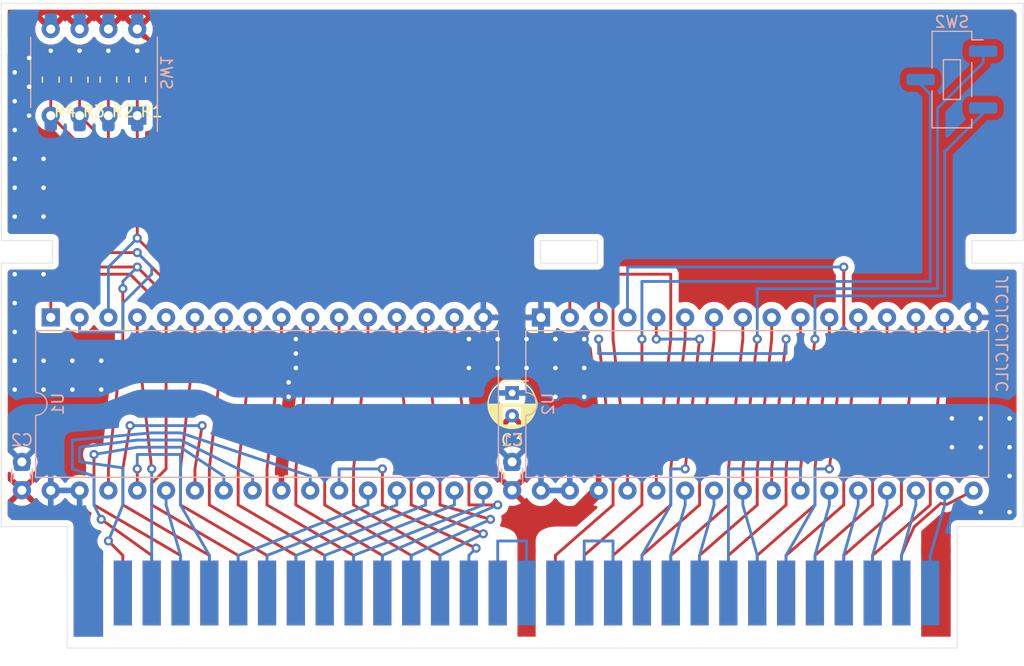
<source format=kicad_pcb>
(kicad_pcb (version 20211014) (generator pcbnew)
  (title_block (title "FC NROM 256x16 Board") (date "2022-11-24") (rev "0.0.2") (company "Persune"))
  (layers (0 "F.Cu" mixed) (31 "B.Cu" mixed) (34 "B.Paste" user) (35 "F.Paste" user) (36 "B.SilkS" user "B.Silkscreen") (37 "F.SilkS" user "F.Silkscreen") (38 "B.Mask" user) (39 "F.Mask" user) (44 "Edge.Cuts" user))
  (net 0 "")
  (net 1 "VCC")
  (net 2 "GND")
  (net 3 "/CPU_A11")
  (net 4 "/CPU_A10")
  (net 5 "/CPU_A9")
  (net 6 "/CPU_A8")
  (net 7 "/CPU_A7")
  (net 8 "/CPU_A6")
  (net 9 "/CPU_A5")
  (net 10 "/CPU_A4")
  (net 11 "/CPU_A3")
  (net 12 "/CPU_A2")
  (net 13 "/CPU_A1")
  (net 14 "/CPU_A0")
  (net 15 "/CPU_R~{W}")
  (net 16 "/~{IRQ}")
  (net 17 "/PPU_~{RD}")
  (net 18 "/CIRAM_A10")
  (net 19 "/PPU_A6")
  (net 20 "/PPU_A5")
  (net 21 "/PPU_A4")
  (net 22 "/PPU_A3")
  (net 23 "/PPU_A2")
  (net 24 "/PPU_A1")
  (net 25 "/PPU_A0")
  (net 26 "/PPU_D0")
  (net 27 "/PPU_D1")
  (net 28 "/PPU_D2")
  (net 29 "/PPU_D3")
  (net 30 "/M2")
  (net 31 "/CPU_A12")
  (net 32 "/CPU_A13")
  (net 33 "/CPU_A14")
  (net 34 "/CPU_D7")
  (net 35 "/CPU_D6")
  (net 36 "/CPU_D5")
  (net 37 "/CPU_D4")
  (net 38 "/CPU_D3")
  (net 39 "/CPU_D2")
  (net 40 "/CPU_D1")
  (net 41 "/CPU_D0")
  (net 42 "/~{ROMSEL}")
  (net 43 "/AUD_2A03")
  (net 44 "/PPU_~{WR}")
  (net 45 "/CIRAM_~{CE}")
  (net 46 "/PPU_A7")
  (net 47 "/PPU_A8")
  (net 48 "/PPU_A9")
  (net 49 "/PPU_A10")
  (net 50 "/PPU_A11")
  (net 51 "/PPU_A12")
  (net 52 "/PPU_A13")
  (net 53 "/PPU_D7")
  (net 54 "/PPU_D6")
  (net 55 "/PPU_D5")
  (net 56 "/PPU_D4")
  (net 57 "/DIP_0")
  (net 58 "/DIP_1")
  (net 59 "/DIP_2")
  (net 60 "/DIP_3")
  (footprint "Resistor_SMD:R_0805_2012Metric" (layer "F.Cu") (at 27.94 24.13 90)
    (fp_text reference "R2")
    (fp_text value "12K")
  )
  (footprint "Capacitor_THT:CP_Radial_D4.0mm_P2.00mm" (layer "F.Cu") (at 63.5 51.7324 -90)
    (fp_text reference "C3")
    (fp_text value "22uF")
  )
  (footprint "common_footprints:HVC-TGROM-01" (layer "F.Cu") (at 63.5 63.5)
    (fp_text reference "J1")
    (fp_text value "Cartridge Connector")
  )
  (footprint "Resistor_SMD:R_0805_2012Metric" (layer "F.Cu") (at 22.86 24.13 90)
    (fp_text reference "R4")
    (fp_text value "12K")
  )
  (footprint "Resistor_SMD:R_0805_2012Metric" (layer "F.Cu") (at 30.48 24.13 90)
    (fp_text reference "R1")
    (fp_text value "12K")
  )
  (footprint "Resistor_SMD:R_0805_2012Metric" (layer "F.Cu") (at 25.4 24.13 90)
    (fp_text reference "R3")
    (fp_text value "12K")
  )
  (footprint "common_footprints:C_Disc-0805_D3.0mm_W1.6mm_P2.50mm" (layer "B.Cu") (at 63.5 59.055 -90)
    (fp_text reference "C1")
    (fp_text value "100nF")
  )
  (footprint "Package_DIP:DIP-32_W15.24mm" (layer "B.Cu") (at 22.86 45.08 -90)
    (fp_text reference "U1")
    (fp_text value "PRG ROM 512K")
  )
  (footprint "Package_DIP:DIP-32_W15.24mm" (layer "B.Cu") (at 66.04 45.085 -90)
    (fp_text reference "U2")
    (fp_text value "CHR ROM 512K")
  )
  (footprint "common_footprints:DS04-254-2-04BK-SMT-ND" (layer "B.Cu") (at 26.67 23.495 90)
    (fp_text reference "SW1")
    (fp_text value "SW_DIP_x04")
  )
  (footprint "common_footprints:C_Disc-0805_D3.0mm_W1.6mm_P2.50mm" (layer "B.Cu") (at 20.32 59.055 -90)
    (fp_text reference "C2")
    (fp_text value "100nF")
  )
  (footprint "common_footprints:JS102011SCQN" (layer "B.Cu") (at 102.235 24.13 -90)
    (fp_text reference "SW2")
    (fp_text value "SW_SPDT")
  )
  (gr_line (start 65.999995 40.299996) (end 71.00001 40.299996) (layer "Edge.Cuts") (width 0.05))
  (gr_line (start 108.500024 17.4) (end 18.5 17.4) (layer "Edge.Cuts") (width 0.05))
  (gr_line (start 23 38.3) (end 23 40.3) (layer "Edge.Cuts") (width 0.05))
  (gr_line (start 18.5 40.3) (end 18.5 63.5) (layer "Edge.Cuts") (width 0.05))
  (gr_line (start 18.5 38.3) (end 23 38.3) (layer "Edge.Cuts") (width 0.05))
  (gr_line (start 108.5 63.5) (end 108.5 40.3) (layer "Edge.Cuts") (width 0.05))
  (gr_line (start 108.5 40.3) (end 104 40.3) (layer "Edge.Cuts") (width 0.05))
  (gr_line (start 18.5 17.4) (end 18.5 38.3) (layer "Edge.Cuts") (width 0.05))
  (gr_line (start 24.3 74.2) (end 102.7 74.2) (layer "Edge.Cuts") (width 0.05))
  (gr_line (start 104 40.3) (end 104 38.3) (layer "Edge.Cuts") (width 0.05))
  (gr_line (start 104 38.3) (end 108.5 38.3) (layer "Edge.Cuts") (width 0.05))
  (gr_line (start 71.00001 38.3) (end 71.00001 40.299996) (layer "Edge.Cuts") (width 0.05))
  (gr_line (start 23 40.3) (end 18.5 40.3) (layer "Edge.Cuts") (width 0.05))
  (gr_line (start 102.7 74.2) (end 102.7 63.5) (layer "Edge.Cuts") (width 0.05))
  (gr_line (start 108.5 38.3) (end 108.500024 17.4) (layer "Edge.Cuts") (width 0.05))
  (gr_line (start 65.999995 38.3) (end 65.999995 40.299996) (layer "Edge.Cuts") (width 0.05))
  (gr_line (start 102.7 63.5) (end 108.5 63.5) (layer "Edge.Cuts") (width 0.05))
  (gr_line (start 24.3 63.5) (end 24.3 74.2) (layer "Edge.Cuts") (width 0.05))
  (gr_line (start 18.5 63.5) (end 24.3 63.5) (layer "Edge.Cuts") (width 0.05))
  (gr_line (start 71.00001 38.3) (end 65.999995 38.3) (layer "Edge.Cuts") (width 0.05))
  (gr_text "JLCJLCJLCJLC" (at 106.68 41.275 90) (layer "B.SilkS") (effects (font (size 1 1)) (justify left mirror)))
  (via (at 104.775 62.23) (size 0.8) (drill 0.4) (layers "F.Cu" "B.Cu") (net 1))
  (via (at 107.315 53.975) (size 0.8) (drill 0.4) (layers "F.Cu" "B.Cu") (net 1))
  (via (at 104.775 53.975) (size 0.8) (drill 0.4) (layers "F.Cu" "B.Cu") (net 1))
  (via (at 107.315 62.23) (size 0.8) (drill 0.4) (layers "F.Cu" "B.Cu") (net 1))
  (via (at 102.235 56.515) (size 0.8) (drill 0.4) (layers "F.Cu" "B.Cu") (net 1))
  (via (at 107.315 56.515) (size 0.8) (drill 0.4) (layers "F.Cu" "B.Cu") (net 1))
  (via (at 107.315 59.055) (size 0.8) (drill 0.4) (layers "F.Cu" "B.Cu") (net 1))
  (via (at 104.775 56.515) (size 0.8) (drill 0.4) (layers "F.Cu" "B.Cu") (net 1))
  (via (at 102.235 53.975) (size 0.8) (drill 0.4) (layers "F.Cu" "B.Cu") (net 1))
  (segment (start 63.52 57.805) (end 63.5 57.805) (width 0.5) (layer "B.Cu") (net 1))
  (segment (start 22.86 19.685) (end 22.87 19.675) (width 0.25) (layer "B.Cu") (net 1))
  (segment (start 30.48 23.2175) (end 30.48 21.59) (width 0.5) (layer "F.Cu") (net 2))
  (segment (start 71.12 60.325) (end 69.215 62.23) (width 1.15) (layer "F.Cu") (net 2))
  (segment (start 25.4 23.2175) (end 25.4 21.59) (width 0.5) (layer "F.Cu") (net 2))
  (segment (start 27.94 23.2175) (end 27.94 21.59) (width 0.5) (layer "F.Cu") (net 2))
  (segment (start 22.86 23.2175) (end 22.86 21.59) (width 0.5) (layer "F.Cu") (net 2))
  (via (at 19.685 51.435) (size 0.8) (drill 0.4) (layers "F.Cu" "B.Cu") (net 2))
  (via (at 59.69 46.99) (size 0.8) (drill 0.4) (layers "F.Cu" "B.Cu") (net 2))
  (via (at 62.23 46.99) (size 0.8) (drill 0.4) (layers "F.Cu" "B.Cu") (net 2))
  (via (at 19.685 46.355) (size 0.8) (drill 0.4) (layers "F.Cu" "B.Cu") (net 2))
  (via (at 67.31 49.53) (size 0.8) (drill 0.4) (layers "F.Cu" "B.Cu") (net 2))
  (via (at 69.85 49.53) (size 0.8) (drill 0.4) (layers "F.Cu" "B.Cu") (net 2))
  (via (at 69.85 52.07) (size 0.8) (drill 0.4) (layers "F.Cu" "B.Cu") (net 2))
  (via (at 19.685 28.575) (size 0.8) (drill 0.4) (layers "F.Cu" "B.Cu") (net 2))
  (via (at 19.685 23.495) (size 0.8) (drill 0.4) (layers "F.Cu" "B.Cu") (net 2))
  (via (at 43.815 52.07) (size 0.8) (drill 0.4) (layers "F.Cu" "B.Cu") (net 2))
  (via (at 24.765 48.895) (size 0.8) (drill 0.4) (layers "F.Cu" "B.Cu") (net 2))
  (via (at 43.815 50.8) (size 0.8) (drill 0.4) (layers "F.Cu" "B.Cu") (net 2))
  (via (at 22.225 36.195) (size 0.8) (drill 0.4) (layers "F.Cu" "B.Cu") (net 2))
  (via (at 19.685 31.115) (size 0.8) (drill 0.4) (layers "F.Cu" "B.Cu") (net 2))
  (via (at 22.225 48.895) (size 0.8) (drill 0.4) (layers "F.Cu" "B.Cu") (net 2))
  (via (at 69.85 46.99) (size 0.8) (drill 0.4) (layers "F.Cu" "B.Cu") (net 2))
  (via (at 22.86 21.59) (size 0.8) (drill 0.4) (layers "F.Cu" "B.Cu") (net 2))
  (via (at 27.305 51.435) (size 0.8) (drill 0.4) (layers "F.Cu" "B.Cu") (net 2))
  (via (at 22.225 51.435) (size 0.8) (drill 0.4) (layers "F.Cu" "B.Cu") (net 2))
  (via (at 25.4 21.59) (size 0.8) (drill 0.4) (layers "F.Cu" "B.Cu") (net 2))
  (via (at 64.77 46.99) (size 0.8) (drill 0.4) (layers "F.Cu" "B.Cu") (net 2))
  (via (at 19.685 41.275) (size 0.8) (drill 0.4) (layers "F.Cu" "B.Cu") (net 2))
  (via (at 20.955 22.225) (size 0.8) (drill 0.4) (layers "F.Cu" "B.Cu") (net 2))
  (via (at 44.45 46.99) (size 0.8) (drill 0.4) (layers "F.Cu" "B.Cu") (net 2))
  (via (at 44.45 49.53) (size 0.8) (drill 0.4) (layers "F.Cu" "B.Cu") (net 2))
  (via (at 24.765 51.435) (size 0.8) (drill 0.4) (layers "F.Cu" "B.Cu") (net 2))
  (via (at 22.225 33.655) (size 0.8) (drill 0.4) (layers "F.Cu" "B.Cu") (net 2))
  (via (at 22.225 31.115) (size 0.8) (drill 0.4) (layers "F.Cu" "B.Cu") (net 2))
  (via (at 19.685 36.195) (size 0.8) (drill 0.4) (layers "F.Cu" "B.Cu") (net 2))
  (via (at 19.685 43.815) (size 0.8) (drill 0.4) (layers "F.Cu" "B.Cu") (net 2))
  (via (at 19.685 33.655) (size 0.8) (drill 0.4) (layers "F.Cu" "B.Cu") (net 2))
  (via (at 59.69 49.53) (size 0.8) (drill 0.4) (layers "F.Cu" "B.Cu") (net 2))
  (via (at 27.305 48.895) (size 0.8) (drill 0.4) (layers "F.Cu" "B.Cu") (net 2))
  (via (at 67.31 52.07) (size 0.8) (drill 0.4) (layers "F.Cu" "B.Cu") (net 2))
  (via (at 19.685 48.895) (size 0.8) (drill 0.4) (layers "F.Cu" "B.Cu") (net 2))
  (via (at 20.955 27.305) (size 0.8) (drill 0.4) (layers "F.Cu" "B.Cu") (net 2))
  (via (at 30.48 21.59) (size 0.8) (drill 0.4) (layers "F.Cu" "B.Cu") (net 2))
  (via (at 44.45 48.26) (size 0.8) (drill 0.4) (layers "F.Cu" "B.Cu") (net 2))
  (via (at 22.225 41.275) (size 0.8) (drill 0.4) (layers "F.Cu" "B.Cu") (net 2))
  (via (at 67.31 46.99) (size 0.8) (drill 0.4) (layers "F.Cu" "B.Cu") (net 2))
  (via (at 20.955 24.765) (size 0.8) (drill 0.4) (layers "F.Cu" "B.Cu") (net 2))
  (via (at 62.23 49.53) (size 0.8) (drill 0.4) (layers "F.Cu" "B.Cu") (net 2))
  (via (at 64.77 49.53) (size 0.8) (drill 0.4) (layers "F.Cu" "B.Cu") (net 2))
  (via (at 19.685 26.035) (size 0.8) (drill 0.4) (layers "F.Cu" "B.Cu") (net 2))
  (via (at 27.94 21.59) (size 0.8) (drill 0.4) (layers "F.Cu" "B.Cu") (net 2))
  (segment (start 27.94 64.77) (end 29.21 66.04) (width 0.25) (layer "F.Cu") (net 3))
  (segment (start 29.21 66.04) (end 29.21 69.35) (width 0.25) (layer "F.Cu") (net 3))
  (via (at 27.94 64.77) (size 0.8) (drill 0.4) (layers "F.Cu" "B.Cu") (net 3))
  (segment (start 30.48 55.88) (end 25.4 56.515) (width 0.25) (layer "B.Cu") (net 3))
  (segment (start 34.29 55.88) (end 30.48 55.88) (width 0.25) (layer "B.Cu") (net 3))
  (segment (start 25.4 56.515) (end 25.4 57.785) (width 0.25) (layer "B.Cu") (net 3))
  (segment (start 29.21 58.329286) (end 29.21 60.325) (width 0.25) (layer "B.Cu") (net 3))
  (segment (start 25.4 57.785) (end 29.21 58.329286) (width 0.25) (layer "B.Cu") (net 3))
  (segment (start 40.64 60.32) (end 40.64 59.055) (width 0.25) (layer "B.Cu") (net 3))
  (segment (start 29.21 61.595) (end 27.94 64.77) (width 0.25) (layer "B.Cu") (net 3))
  (segment (start 40.64 59.055) (end 34.29 55.88) (width 0.25) (layer "B.Cu") (net 3))
  (segment (start 29.21 60.325) (end 29.21 61.595) (width 0.25) (layer "B.Cu") (net 3))
  (segment (start 27.305 62.865) (end 31.75 66.04) (width 0.25) (layer "F.Cu") (net 4))
  (segment (start 31.75 66.04) (end 31.75 69.35) (width 0.25) (layer "F.Cu") (net 4))
  (via (at 27.305 62.865) (size 0.8) (drill 0.4) (layers "F.Cu" "B.Cu") (net 4))
  (segment (start 34.29 55.245) (end 45.72 59.055) (width 0.25) (layer "B.Cu") (net 4))
  (segment (start 45.72 59.055) (end 45.72 60.32) (width 0.25) (layer "B.Cu") (net 4))
  (segment (start 26.67 61.595) (end 26.67 60.325) (width 0.25) (layer "B.Cu") (net 4))
  (segment (start 24.765 58.42) (end 24.765 55.88) (width 0.25) (layer "B.Cu") (net 4))
  (segment (start 31.75 55.245) (end 34.29 55.245) (width 0.25) (layer "B.Cu") (net 4))
  (segment (start 26.67 59.055) (end 24.765 58.42) (width 0.25) (layer "B.Cu") (net 4))
  (segment (start 24.765 55.88) (end 31.75 55.245) (width 0.25) (layer "B.Cu") (net 4))
  (segment (start 26.67 60.325) (end 26.67 59.055) (width 0.25) (layer "B.Cu") (net 4))
  (segment (start 27.305 62.865) (end 26.67 61.595) (width 0.25) (layer "B.Cu") (net 4))
  (segment (start 26.67 60.325) (end 26.67 61.595) (width 0.25) (layer "F.Cu") (net 5))
  (segment (start 34.29 66.04) (end 34.29 69.35) (width 0.25) (layer "F.Cu") (net 5))
  (segment (start 26.67 57.15) (end 26.67 60.325) (width 0.25) (layer "F.Cu") (net 5))
  (segment (start 26.67 61.595) (end 34.29 66.04) (width 0.25) (layer "F.Cu") (net 5))
  (via (at 26.67 57.15) (size 0.8) (drill 0.4) (layers "F.Cu" "B.Cu") (net 5))
  (segment (start 30.48 56.515) (end 26.67 57.15) (width 0.25) (layer "B.Cu") (net 5))
  (segment (start 38.1 59.055) (end 34.29 56.515) (width 0.25) (layer "B.Cu") (net 5))
  (segment (start 38.1 60.32) (end 38.1 59.055) (width 0.25) (layer "B.Cu") (net 5))
  (segment (start 34.29 56.515) (end 30.48 56.515) (width 0.25) (layer "B.Cu") (net 5))
  (segment (start 29.845 54.61) (end 29.21 58.42) (width 0.25) (layer "F.Cu") (net 6))
  (segment (start 35.56 60.32) (end 35.56 58.42) (width 0.25) (layer "F.Cu") (net 6))
  (segment (start 35.56 58.42) (end 36.195 54.61) (width 0.25) (layer "F.Cu") (net 6))
  (segment (start 29.21 61.595) (end 36.83 66.04) (width 0.25) (layer "F.Cu") (net 6))
  (segment (start 29.21 58.42) (end 29.21 60.325) (width 0.25) (layer "F.Cu") (net 6))
  (segment (start 29.21 60.325) (end 29.21 61.595) (width 0.25) (layer "F.Cu") (net 6))
  (segment (start 36.83 66.04) (end 36.83 69.35) (width 0.25) (layer "F.Cu") (net 6))
  (via (at 36.195 54.61) (size 0.8) (drill 0.4) (layers "F.Cu" "B.Cu") (net 6))
  (via (at 29.845 54.61) (size 0.8) (drill 0.4) (layers "F.Cu" "B.Cu") (net 6))
  (segment (start 29.845 54.61) (end 36.195 54.61) (width 0.25) (layer "B.Cu") (net 6))
  (segment (start 31.75 61.595) (end 31.75 60.325) (width 0.25) (layer "F.Cu") (net 7))
  (segment (start 39.37 69.35) (end 39.37 66.04) (width 0.25) (layer "F.Cu") (net 7))
  (segment (start 33.02 58.42) (end 33.02 45.08) (width 0.25) (layer "F.Cu") (net 7))
  (segment (start 39.37 66.04) (end 31.75 61.595) (width 0.25) (layer "F.Cu") (net 7))
  (segment (start 31.75 59.69) (end 33.02 58.42) (width 0.25) (layer "F.Cu") (net 7))
  (segment (start 31.75 60.325) (end 31.75 59.69) (width 0.25) (layer "F.Cu") (net 7))
  (segment (start 34.29 60.325) (end 34.29 61.595) (width 0.25) (layer "F.Cu") (net 8))
  (segment (start 35.56 46.99) (end 34.29 58.42) (width 0.25) (layer "F.Cu") (net 8))
  (segment (start 34.29 61.595) (end 41.91 66.04) (width 0.25) (layer "F.Cu") (net 8))
  (segment (start 34.29 58.42) (end 34.29 60.325) (width 0.25) (layer "F.Cu") (net 8))
  (segment (start 41.91 66.04) (end 41.91 69.35) (width 0.25) (layer "F.Cu") (net 8))
  (segment (start 35.56 45.08) (end 35.56 46.99) (width 0.25) (layer "F.Cu") (net 8))
  (segment (start 36.83 58.42) (end 38.1 46.99) (width 0.25) (layer "F.Cu") (net 9))
  (segment (start 44.45 69.35) (end 44.45 66.04) (width 0.25) (layer "F.Cu") (net 9))
  (segment (start 38.1 46.99) (end 38.1 45.08) (width 0.25) (layer "F.Cu") (net 9))
  (segment (start 44.45 66.04) (end 36.83 61.595) (width 0.25) (layer "F.Cu") (net 9))
  (segment (start 36.83 60.325) (end 36.83 58.42) (width 0.25) (layer "F.Cu") (net 9))
  (segment (start 36.83 61.595) (end 36.83 60.325) (width 0.25) (layer "F.Cu") (net 9))
  (segment (start 39.37 61.595) (end 46.99 66.04) (width 0.25) (layer "F.Cu") (net 10))
  (segment (start 40.64 45.08) (end 40.64 46.99) (width 0.25) (layer "F.Cu") (net 10))
  (segment (start 39.37 58.42) (end 39.37 60.325) (width 0.25) (layer "F.Cu") (net 10))
  (segment (start 40.64 46.99) (end 39.37 58.42) (width 0.25) (layer "F.Cu") (net 10))
  (segment (start 39.37 60.325) (end 39.37 61.595) (width 0.25) (layer "F.Cu") (net 10))
  (segment (start 46.99 66.04) (end 46.99 69.35) (width 0.25) (layer "F.Cu") (net 10))
  (segment (start 49.53 69.35) (end 49.53 66.04) (width 0.25) (layer "F.Cu") (net 11))
  (segment (start 43.18 46.99) (end 43.18 45.08) (width 0.25) (layer "F.Cu") (net 11))
  (segment (start 41.91 58.42) (end 43.18 46.99) (width 0.25) (layer "F.Cu") (net 11))
  (segment (start 41.91 61.595) (end 41.91 60.325) (width 0.25) (layer "F.Cu") (net 11))
  (segment (start 41.91 60.325) (end 41.91 58.42) (width 0.25) (layer "F.Cu") (net 11))
  (segment (start 49.53 66.04) (end 41.91 61.595) (width 0.25) (layer "F.Cu") (net 11))
  (segment (start 43.18 45.085) (end 43.18 44.45) (width 0.5) (layer "B.Cu") (net 11))
  (segment (start 44.45 58.42) (end 44.45 60.325) (width 0.25) (layer "F.Cu") (net 12))
  (segment (start 45.72 45.08) (end 45.72 46.99) (width 0.25) (layer "F.Cu") (net 12))
  (segment (start 44.45 61.595) (end 52.07 66.04) (width 0.25) (layer "F.Cu") (net 12))
  (segment (start 52.07 66.04) (end 52.07 69.35) (width 0.25) (layer "F.Cu") (net 12))
  (segment (start 45.72 46.99) (end 44.45 58.42) (width 0.25) (layer "F.Cu") (net 12))
  (segment (start 44.45 60.325) (end 44.45 61.595) (width 0.25) (layer "F.Cu") (net 12))
  (segment (start 48.26 46.99) (end 48.26 45.08) (width 0.25) (layer "F.Cu") (net 13))
  (segment (start 46.99 60.325) (end 46.99 58.42) (width 0.25) (layer "F.Cu") (net 13))
  (segment (start 46.99 61.595) (end 46.99 60.325) (width 0.25) (layer "F.Cu") (net 13))
  (segment (start 46.99 58.42) (end 48.26 46.99) (width 0.25) (layer "F.Cu") (net 13))
  (segment (start 54.61 66.04) (end 46.99 61.595) (width 0.25) (layer "F.Cu") (net 13))
  (segment (start 54.61 69.35) (end 54.61 66.04) (width 0.25) (layer "F.Cu") (net 13))
  (segment (start 49.53 58.42) (end 50.8 46.99) (width 0.25) (layer "F.Cu") (net 14))
  (segment (start 49.53 60.325) (end 49.53 58.42) (width 0.25) (layer "F.Cu") (net 14))
  (segment (start 57.15 66.04) (end 49.53 61.595) (width 0.25) (layer "F.Cu") (net 14))
  (segment (start 50.8 46.99) (end 50.8 45.08) (width 0.25) (layer "F.Cu") (net 14))
  (segment (start 57.15 69.35) (end 57.15 66.04) (width 0.25) (layer "F.Cu") (net 14))
  (segment (start 49.53 61.595) (end 49.53 60.325) (width 0.25) (layer "F.Cu") (net 14))
  (segment (start 72.39 58.42) (end 72.39 60.325) (width 0.25) (layer "F.Cu") (net 17))
  (segment (start 86.36 60.325) (end 86.36 58.42) (width 0.25) (layer "F.Cu") (net 17))
  (segment (start 72.39 61.595) (end 67.31 66.04) (width 0.25) (layer "F.Cu") (net 17))
  (segment (start 72.39 60.325) (end 72.39 61.595) (width 0.25) (layer "F.Cu") (net 17))
  (segment (start 71.12 46.99) (end 72.39 58.42) (width 0.25) (layer "F.Cu") (net 17))
  (segment (start 86.36 58.42) (end 87.63 46.99) (width 0.25) (layer "F.Cu") (net 17))
  (segment (start 67.31 66.04) (end 67.31 69.35) (width 0.25) (layer "F.Cu") (net 17))
  (via (at 71.12 46.99) (size 0.8) (drill 0.4) (layers "F.Cu" "B.Cu") (net 17))
  (via (at 87.63 46.99) (size 0.8) (drill 0.4) (layers "F.Cu" "B.Cu") (net 17))
  (segment (start 87.63 48.26) (end 71.12 48.26) (width 0.25) (layer "B.Cu") (net 17))
  (segment (start 87.63 46.99) (end 87.63 48.26) (width 0.25) (layer "B.Cu") (net 17))
  (segment (start 71.12 48.26) (end 71.12 46.99) (width 0.25) (layer "B.Cu") (net 17))
  (segment (start 74.93 61.595) (end 69.85 66.04) (width 0.25) (layer "F.Cu") (net 18))
  (segment (start 69.85 66.04) (end 69.85 69.35) (width 0.25) (layer "F.Cu") (net 18))
  (segment (start 74.93 46.99) (end 74.93 60.325) (width 0.25) (layer "F.Cu") (net 18))
  (segment (start 74.93 60.325) (end 74.93 61.595) (width 0.25) (layer "F.Cu") (net 18))
  (via (at 74.93 46.99) (size 0.8) (drill 0.4) (layers "F.Cu" "B.Cu") (net 18))
  (segment (start 100.33 25.4) (end 100.33 41.91) (width 0.25) (layer "B.Cu") (net 18))
  (segment (start 100.33 41.91) (end 74.93 41.91) (width 0.25) (layer "B.Cu") (net 18))
  (segment (start 99.485 24.13) (end 99.485 24.555) (width 0.25) (layer "B.Cu") (net 18))
  (segment (start 74.93 41.91) (end 74.93 45.085) (width 0.25) (layer "B.Cu") (net 18))
  (segment (start 74.93 45.085) (end 74.93 46.99) (width 0.25) (layer "B.Cu") (net 18))
  (segment (start 99.485 24.555) (end 100.33 25.4) (width 0.25) (layer "B.Cu") (net 18))
  (segment (start 77.47 58.42) (end 78.74 46.99) (width 0.25) (layer "F.Cu") (net 19))
  (segment (start 72.39 66.04) (end 77.47 61.595) (width 0.25) (layer "F.Cu") (net 19))
  (segment (start 77.47 60.325) (end 77.47 58.42) (width 0.25) (layer "F.Cu") (net 19))
  (segment (start 78.74 46.99) (end 78.74 45.085) (width 0.25) (layer "F.Cu") (net 19))
  (segment (start 77.47 61.595) (end 77.47 60.325) (width 0.25) (layer "F.Cu") (net 19))
  (segment (start 72.39 69.35) (end 72.39 66.04) (width 0.25) (layer "F.Cu") (net 19))
  (segment (start 74.93 69.35) (end 74.93 66.04) (width 0.25) (layer "F.Cu") (net 20))
  (segment (start 81.28 46.99) (end 81.28 45.085) (width 0.25) (layer "F.Cu") (net 20))
  (segment (start 74.93 66.04) (end 80.01 61.595) (width 0.25) (layer "F.Cu") (net 20))
  (segment (start 80.01 61.595) (end 80.01 60.325) (width 0.25) (layer "F.Cu") (net 20))
  (segment (start 80.01 60.325) (end 80.01 58.42) (width 0.25) (layer "F.Cu") (net 20))
  (segment (start 80.01 58.42) (end 81.28 46.99) (width 0.25) (layer "F.Cu") (net 20))
  (segment (start 77.47 66.04) (end 82.55 61.595) (width 0.25) (layer "F.Cu") (net 21))
  (segment (start 82.55 58.42) (end 83.82 46.99) (width 0.25) (layer "F.Cu") (net 21))
  (segment (start 82.55 60.325) (end 82.55 58.42) (width 0.25) (layer "F.Cu") (net 21))
  (segment (start 77.47 69.35) (end 77.47 66.04) (width 0.25) (layer "F.Cu") (net 21))
  (segment (start 83.82 46.99) (end 83.82 45.085) (width 0.25) (layer "F.Cu") (net 21))
  (segment (start 82.55 61.595) (end 82.55 60.325) (width 0.25) (layer "F.Cu") (net 21))
  (segment (start 85.09 61.595) (end 85.09 60.325) (width 0.25) (layer "F.Cu") (net 22))
  (segment (start 85.09 58.42) (end 86.36 46.99) (width 0.25) (layer "F.Cu") (net 22))
  (segment (start 80.01 66.04) (end 85.09 61.595) (width 0.25) (layer "F.Cu") (net 22))
  (segment (start 86.36 46.99) (end 86.36 45.085) (width 0.25) (layer "F.Cu") (net 22))
  (segment (start 85.09 60.325) (end 85.09 58.42) (width 0.25) (layer "F.Cu") (net 22))
  (segment (start 80.01 69.35) (end 80.01 66.04) (width 0.25) (layer "F.Cu") (net 22))
  (segment (start 88.9 45.085) (end 88.9 46.99) (width 0.25) (layer "F.Cu") (net 23))
  (segment (start 88.9 46.99) (end 87.63 58.42) (width 0.25) (layer "F.Cu") (net 23))
  (segment (start 87.63 60.325) (end 87.63 61.595) (width 0.25) (layer "F.Cu") (net 23))
  (segment (start 82.55 66.04) (end 82.55 69.35) (width 0.25) (layer "F.Cu") (net 23))
  (segment (start 87.63 61.595) (end 82.55 66.04) (width 0.25) (layer "F.Cu") (net 23))
  (segment (start 87.63 58.42) (end 87.63 60.325) (width 0.25) (layer "F.Cu") (net 23))
  (segment (start 85.09 69.35) (end 85.09 66.04) (width 0.25) (layer "F.Cu") (net 24))
  (segment (start 90.17 60.325) (end 90.17 58.42) (width 0.25) (layer "F.Cu") (net 24))
  (segment (start 90.17 58.42) (end 91.44 46.99) (width 0.25) (layer "F.Cu") (net 24))
  (segment (start 91.44 46.99) (end 91.44 45.085) (width 0.25) (layer "F.Cu") (net 24))
  (segment (start 85.09 66.04) (end 90.17 61.595) (width 0.25) (layer "F.Cu") (net 24))
  (segment (start 90.17 61.595) (end 90.17 60.325) (width 0.25) (layer "F.Cu") (net 24))
  (segment (start 92.71 61.595) (end 92.71 60.325) (width 0.25) (layer "F.Cu") (net 25))
  (segment (start 87.63 66.04) (end 92.71 61.595) (width 0.25) (layer "F.Cu") (net 25))
  (segment (start 93.98 46.99) (end 93.98 45.085) (width 0.25) (layer "F.Cu") (net 25))
  (segment (start 92.71 60.325) (end 92.71 58.345294) (width 0.25) (layer "F.Cu") (net 25))
  (segment (start 92.71 58.345294) (end 93.98 46.99) (width 0.25) (layer "F.Cu") (net 25))
  (segment (start 87.63 69.35) (end 87.63 66.04) (width 0.25) (layer "F.Cu") (net 25))
  (segment (start 95.25 60.325) (end 95.25 58.42) (width 0.25) (layer "F.Cu") (net 26))
  (segment (start 90.17 66.04) (end 95.25 61.595) (width 0.25) (layer "F.Cu") (net 26))
  (segment (start 96.52 46.99) (end 96.52 45.085) (width 0.25) (layer "F.Cu") (net 26))
  (segment (start 95.25 61.595) (end 95.25 60.325) (width 0.25) (layer "F.Cu") (net 26))
  (segment (start 90.17 69.35) (end 90.17 66.04) (width 0.25) (layer "F.Cu") (net 26))
  (segment (start 95.25 58.42) (end 96.52 46.99) (width 0.25) (layer "F.Cu") (net 26))
  (segment (start 92.71 69.35) (end 92.71 66.04) (width 0.25) (layer "F.Cu") (net 27))
  (segment (start 99.06 47.060556) (end 99.06 45.085) (width 0.25) (layer "F.Cu") (net 27))
  (segment (start 92.71 66.04) (end 97.79 61.595) (width 0.25) (layer "F.Cu") (net 27))
  (segment (start 97.79 60.325) (end 97.79 58.344803) (width 0.25) (layer "F.Cu") (net 27))
  (segment (start 97.79 58.344803) (end 99.06 47.060556) (width 0.25) (layer "F.Cu") (net 27))
  (segment (start 97.79 61.595) (end 97.79 60.325) (width 0.25) (layer "F.Cu") (net 27))
  (segment (start 100.33 58.42) (end 101.6 47.060556) (width 0.25) (layer "F.Cu") (net 28))
  (segment (start 95.25 66.04) (end 100.33 61.595) (width 0.25) (layer "F.Cu") (net 28))
  (segment (start 100.33 61.595) (end 100.33 60.325) (width 0.25) (layer "F.Cu") (net 28))
  (segment (start 95.25 69.35) (end 95.25 66.04) (width 0.25) (layer "F.Cu") (net 28))
  (segment (start 100.33 60.325) (end 100.33 58.42) (width 0.25) (layer "F.Cu") (net 28))
  (segment (start 101.6 47.060556) (end 101.6 45.085) (width 0.25) (layer "F.Cu") (net 28))
  (segment (start 97.79 69.35) (end 97.79 66.04) (width 0.25) (layer "F.Cu") (net 29))
  (segment (start 101.7778 61.5442) (end 102.2096 61.341) (width 0.25) (layer "F.Cu") (net 29))
  (segment (start 98.9076 63.5254) (end 101.2444 61.468) (width 0.25) (layer "F.Cu") (net 29))
  (segment (start 102.2096 61.341) (end 104.14 60.325) (width 0.25) (layer "F.Cu") (net 29))
  (segment (start 97.79 66.04) (end 98.9076 63.5254) (width 0.25) (layer "F.Cu") (net 29))
  (segment (start 101.2444 61.468) (end 101.7778 61.5442) (width 0.25) (layer "F.Cu") (net 29))
  (segment (start 31.75 58.42) (end 30.48 46.99) (width 0.25) (layer "F.Cu") (net 31))
  (segment (start 30.48 46.99) (end 30.48 45.08) (width 0.25) (layer "F.Cu") (net 31))
  (via (at 31.75 58.42) (size 0.8) (drill 0.4) (layers "F.Cu" "B.Cu") (net 31))
  (segment (start 31.75 60.325) (end 31.75 58.42) (width 0.25) (layer "B.Cu") (net 31))
  (segment (start 31.75 69.35) (end 31.75 60.325) (width 0.25) (layer "B.Cu") (net 31))
  (segment (start 34.29 66.04) (end 33.02 61.595) (width 0.25) (layer "B.Cu") (net 32))
  (segment (start 34.29 69.35) (end 34.29 66.04) (width 0.25) (layer "B.Cu") (net 32))
  (segment (start 33.02 61.595) (end 33.02 60.32) (width 0.25) (layer "B.Cu") (net 32))
  (segment (start 30.48 60.32) (end 30.48 58.42) (width 0.25) (layer "F.Cu") (net 33))
  (via (at 30.48 58.42) (size 0.8) (drill 0.4) (layers "F.Cu" "B.Cu") (net 33))
  (segment (start 34.29 60.325) (end 34.29 61.595) (width 0.25) (layer "B.Cu") (net 33))
  (segment (start 30.48 57.15) (end 34.29 57.15) (width 0.25) (layer "B.Cu") (net 33))
  (segment (start 36.83 66.04) (end 36.83 69.35) (width 0.25) (layer "B.Cu") (net 33))
  (segment (start 30.48 58.42) (end 30.48 57.15) (width 0.25) (layer "B.Cu") (net 33))
  (segment (start 34.29 61.595) (end 36.83 66.04) (width 0.25) (layer "B.Cu") (net 33))
  (segment (start 34.29 57.15) (end 34.29 60.325) (width 0.25) (layer "B.Cu") (net 33))
  (segment (start 39.37 69.35) (end 39.37 66.04) (width 0.25) (layer "B.Cu") (net 34))
  (segment (start 50.8 61.595) (end 50.8 60.32) (width 0.25) (layer "B.Cu") (net 34))
  (segment (start 39.37 66.04) (end 50.8 61.595) (width 0.25) (layer "B.Cu") (net 34))
  (segment (start 41.91 69.35) (end 41.91 66.04) (width 0.25) (layer "B.Cu") (net 35))
  (segment (start 41.91 66.04) (end 53.34 61.595) (width 0.25) (layer "B.Cu") (net 35))
  (segment (start 53.34 61.595) (end 53.34 60.32) (width 0.25) (layer "B.Cu") (net 35))
  (segment (start 44.45 66.04) (end 55.88 61.595) (width 0.25) (layer "B.Cu") (net 36))
  (segment (start 55.88 61.595) (end 55.88 60.32) (width 0.25) (layer "B.Cu") (net 36))
  (segment (start 44.45 69.35) (end 44.45 66.04) (width 0.25) (layer "B.Cu") (net 36))
  (segment (start 46.99 69.35) (end 46.99 66.04) (width 0.25) (layer "B.Cu") (net 37))
  (segment (start 46.99 66.04) (end 58.42 61.595) (width 0.25) (layer "B.Cu") (net 37))
  (segment (start 58.42 61.595) (end 58.42 60.32) (width 0.25) (layer "B.Cu") (net 37))
  (segment (start 60.96 61.595) (end 60.96 60.32) (width 0.25) (layer "B.Cu") (net 38))
  (segment (start 49.53 66.04) (end 60.96 61.595) (width 0.25) (layer "B.Cu") (net 38))
  (segment (start 49.53 69.35) (end 49.53 66.04) (width 0.25) (layer "B.Cu") (net 38))
  (segment (start 59.69 58.42) (end 58.42 46.99) (width 0.25) (layer "F.Cu") (net 39))
  (segment (start 59.69 60.325) (end 59.69 58.42) (width 0.25) (layer "F.Cu") (net 39))
  (segment (start 62.23 61.595) (end 59.69 61.595) (width 0.25) (layer "F.Cu") (net 39))
  (segment (start 59.69 61.595) (end 59.69 60.325) (width 0.25) (layer "F.Cu") (net 39))
  (segment (start 58.42 46.99) (end 58.42 45.08) (width 0.25) (layer "F.Cu") (net 39))
  (via (at 62.23 61.595) (size 0.8) (drill 0.4) (layers "F.Cu" "B.Cu") (net 39))
  (segment (start 52.07 66.04) (end 52.07 69.35) (width 0.25) (layer "B.Cu") (net 39))
  (segment (start 62.23 61.595) (end 52.07 66.04) (width 0.25) (layer "B.Cu") (net 39))
  (segment (start 57.15 60.325) (end 57.15 58.42) (width 0.25) (layer "F.Cu") (net 40))
  (segment (start 57.15 58.42) (end 55.88 46.99) (width 0.25) (layer "F.Cu") (net 40))
  (segment (start 61.595 62.865) (end 57.15 61.595) (width 0.25) (layer "F.Cu") (net 40))
  (segment (start 55.88 46.99) (end 55.88 45.08) (width 0.25) (layer "F.Cu") (net 40))
  (segment (start 57.15 61.595) (end 57.15 60.325) (width 0.25) (layer "F.Cu") (net 40))
  (via (at 61.595 62.865) (size 0.8) (drill 0.4) (layers "F.Cu" "B.Cu") (net 40))
  (segment (start 54.61 66.04) (end 54.61 69.35) (width 0.25) (layer "B.Cu") (net 40))
  (segment (start 61.595 62.865) (end 54.61 66.04) (width 0.25) (layer "B.Cu") (net 40))
  (segment (start 54.61 61.595) (end 54.61 60.325) (width 0.25) (layer "F.Cu") (net 41))
  (segment (start 53.34 46.99) (end 53.34 45.08) (width 0.25) (layer "F.Cu") (net 41))
  (segment (start 54.61 58.42) (end 53.34 46.99) (width 0.25) (layer "F.Cu") (net 41))
  (segment (start 60.96 64.135) (end 54.61 61.595) (width 0.25) (layer "F.Cu") (net 41))
  (segment (start 54.61 60.325) (end 54.61 58.42) (width 0.25) (layer "F.Cu") (net 41))
  (via (at 60.96 64.135) (size 0.8) (drill 0.4) (layers "F.Cu" "B.Cu") (net 41))
  (segment (start 60.96 64.135) (end 57.15 66.04) (width 0.25) (layer "B.Cu") (net 41))
  (segment (start 57.15 66.04) (end 57.15 69.35) (width 0.25) (layer "B.Cu") (net 41))
  (segment (start 52.07 60.325) (end 52.07 58.42) (width 0.25) (layer "F.Cu") (net 42))
  (segment (start 52.07 61.595) (end 52.07 60.325) (width 0.25) (layer "F.Cu") (net 42))
  (segment (start 60.325 65.405) (end 52.07 61.595) (width 0.25) (layer "F.Cu") (net 42))
  (via (at 52.07 58.42) (size 0.8) (drill 0.4) (layers "F.Cu" "B.Cu") (net 42))
  (via (at 60.325 65.405) (size 0.8) (drill 0.4) (layers "F.Cu" "B.Cu") (net 42))
  (segment (start 60.325 65.405) (end 59.69 66.04) (width 0.25) (layer "B.Cu") (net 42))
  (segment (start 48.26 58.42) (end 48.26 60.32) (width 0.25) (layer "B.Cu") (net 42))
  (segment (start 52.07 58.42) (end 48.26 58.42) (width 0.25) (layer "B.Cu") (net 42))
  (segment (start 59.69 66.04) (end 59.69 69.35) (width 0.25) (layer "B.Cu") (net 42))
  (segment (start 64.77 64.77) (end 62.23 64.77) (width 0.25) (layer "B.Cu") (net 43))
  (segment (start 62.23 64.77) (end 62.23 69.35) (width 0.25) (layer "B.Cu") (net 43))
  (segment (start 64.77 69.35) (end 64.77 64.77) (width 0.25) (layer "B.Cu") (net 43))
  (segment (start 72.39 64.77) (end 69.85 64.77) (width 0.25) (layer "B.Cu") (net 45))
  (segment (start 72.39 69.35) (end 72.39 64.77) (width 0.25) (layer "B.Cu") (net 45))
  (segment (start 69.85 64.77) (end 69.85 69.35) (width 0.25) (layer "B.Cu") (net 45))
  (segment (start 76.2 45.085) (end 76.2 46.99) (width 0.25) (layer "F.Cu") (net 46))
  (segment (start 80.01 46.99) (end 78.74 58.42) (width 0.25) (layer "F.Cu") (net 46))
  (via (at 80.01 46.99) (size 0.8) (drill 0.4) (layers "F.Cu" "B.Cu") (net 46))
  (via (at 78.74 58.42) (size 0.8) (drill 0.4) (layers "F.Cu" "B.Cu") (net 46))
  (via (at 76.2 46.99) (size 0.8) (drill 0.4) (layers "F.Cu" "B.Cu") (net 46))
  (segment (start 78.74 58.42) (end 77.47 58.42) (width 0.25) (layer "B.Cu") (net 46))
  (segment (start 77.47 60.325) (end 77.47 61.595) (width 0.25) (layer "B.Cu") (net 46))
  (segment (start 76.2 46.99) (end 80.01 46.99) (width 0.25) (layer "B.Cu") (net 46))
  (segment (start 77.47 61.595) (end 74.93 66.04) (width 0.25) (layer "B.Cu") (net 46))
  (segment (start 74.93 66.04) (end 74.93 69.35) (width 0.25) (layer "B.Cu") (net 46))
  (segment (start 77.47 58.42) (end 77.47 60.325) (width 0.25) (layer "B.Cu") (net 46))
  (segment (start 78.74 61.595) (end 78.74 60.325) (width 0.25) (layer "B.Cu") (net 47))
  (segment (start 77.47 66.04) (end 78.74 61.595) (width 0.25) (layer "B.Cu") (net 47))
  (segment (start 77.47 69.35) (end 77.47 66.04) (width 0.25) (layer "B.Cu") (net 47))
  (segment (start 80.01 66.04) (end 81.28 61.595) (width 0.25) (layer "B.Cu") (net 48))
  (segment (start 80.01 69.35) (end 80.01 66.04) (width 0.25) (layer "B.Cu") (net 48))
  (segment (start 81.28 61.595) (end 81.28 60.325) (width 0.25) (layer "B.Cu") (net 48))
  (segment (start 88.9 58.42) (end 90.17 46.99) (width 0.25) (layer "F.Cu") (net 49))
  (segment (start 88.9 58.42) (end 88.9 60.325) (width 0.25) (layer "F.Cu") (net 49))
  (via (at 90.17 46.99) (size 0.8) (drill 0.4) (layers "F.Cu" "B.Cu") (net 49))
  (segment (start 82.55 58.42) (end 82.55 60.325) (width 0.25) (layer "B.Cu") (net 49))
  (segment (start 104.985 27.095) (end 104.985 26.63) (width 0.25) (layer "B.Cu") (net 49))
  (segment (start 101.6 30.48) (end 104.985 27.095) (width 0.25) (layer "B.Cu") (net 49))
  (segment (start 82.55 60.325) (end 82.55 69.35) (width 0.25) (layer "B.Cu") (net 49))
  (segment (start 101.6 43.18) (end 101.6 30.48) (width 0.25) (layer "B.Cu") (net 49))
  (segment (start 90.17 46.99) (end 90.17 45.085) (width 0.25) (layer "B.Cu") (net 49))
  (segment (start 90.17 43.18) (end 101.6 43.18) (width 0.25) (layer "B.Cu") (net 49))
  (segment (start 88.9 58.42) (end 82.55 58.42) (width 0.25) (layer "B.Cu") (net 49))
  (segment (start 88.9 60.325) (end 88.9 58.42) (width 0.25) (layer "B.Cu") (net 49))
  (segment (start 90.17 45.085) (end 90.17 43.18) (width 0.25) (layer "B.Cu") (net 49))
  (segment (start 85.09 46.99) (end 83.82 58.42) (width 0.25) (layer "F.Cu") (net 50))
  (segment (start 83.82 58.42) (end 83.82 60.325) (width 0.25) (layer "F.Cu") (net 50))
  (via (at 85.09 46.99) (size 0.8) (drill 0.4) (layers "F.Cu" "B.Cu") (net 50))
  (segment (start 83.82 61.595) (end 83.82 60.325) (width 0.25) (layer "B.Cu") (net 50))
  (segment (start 104.985 22.65) (end 104.985 21.63) (width 0.25) (layer "B.Cu") (net 50))
  (segment (start 100.965 42.545) (end 100.965 26.67) (width 0.25) (layer "B.Cu") (net 50))
  (segment (start 85.09 42.545) (end 100.965 42.545) (width 0.25) (layer "B.Cu") (net 50))
  (segment (start 85.09 66.04) (end 83.82 61.595) (width 0.25) (layer "B.Cu") (net 50))
  (segment (start 100.965 26.67) (end 104.985 22.65) (width 0.25) (layer "B.Cu") (net 50))
  (segment (start 85.09 69.35) (end 85.09 66.04) (width 0.25) (layer "B.Cu") (net 50))
  (segment (start 85.09 46.99) (end 85.09 45.085) (width 0.25) (layer "B.Cu") (net 50))
  (segment (start 85.09 45.085) (end 85.09 42.545) (width 0.25) (layer "B.Cu") (net 50))
  (segment (start 92.71 40.64) (end 92.71 46.99) (width 0.25) (layer "F.Cu") (net 51))
  (segment (start 92.71 46.99) (end 91.44 58.42) (width 0.25) (layer "F.Cu") (net 51))
  (via (at 91.44 58.42) (size 0.8) (drill 0.4) (layers "F.Cu" "B.Cu") (net 51))
  (via (at 92.71 40.64) (size 0.8) (drill 0.4) (layers "F.Cu" "B.Cu") (net 51))
  (segment (start 90.17 60.325) (end 90.17 58.42) (width 0.25) (layer "B.Cu") (net 51))
  (segment (start 90.17 58.42) (end 91.44 58.42) (width 0.25) (layer "B.Cu") (net 51))
  (segment (start 87.63 69.35) (end 87.63 66.04) (width 0.25) (layer "B.Cu") (net 51))
  (segment (start 87.63 66.04) (end 90.17 61.595) (width 0.25) (layer "B.Cu") (net 51))
  (segment (start 73.66 40.64) (end 73.66 45.085) (width 0.25) (layer "B.Cu") (net 51))
  (segment (start 90.17 61.595) (end 90.17 60.325) (width 0.25) (layer "B.Cu") (net 51))
  (segment (start 92.71 40.64) (end 73.66 40.64) (width 0.25) (layer "B.Cu") (net 51))
  (segment (start 91.44 61.595) (end 91.44 60.325) (width 0.25) (layer "B.Cu") (net 52))
  (segment (start 90.17 66.04) (end 91.44 61.595) (width 0.25) (layer "B.Cu") (net 52))
  (segment (start 90.17 69.35) (end 90.17 66.04) (width 0.25) (layer "B.Cu") (net 52))
  (segment (start 93.98 61.595) (end 93.98 60.325) (width 0.25) (layer "B.Cu") (net 53))
  (segment (start 92.71 69.35) (end 92.71 66.04) (width 0.25) (layer "B.Cu") (net 53))
  (segment (start 92.71 66.04) (end 93.98 61.595) (width 0.25) (layer "B.Cu") (net 53))
  (segment (start 95.25 66.04) (end 96.52 61.595) (width 0.25) (layer "B.Cu") (net 54))
  (segment (start 96.52 61.595) (end 96.52 60.325) (width 0.25) (layer "B.Cu") (net 54))
  (segment (start 95.25 69.35) (end 95.25 66.04) (width 0.25) (layer "B.Cu") (net 54))
  (segment (start 99.06 61.595) (end 99.06 60.325) (width 0.25) (layer "B.Cu") (net 55))
  (segment (start 97.79 69.35) (end 97.79 66.04) (width 0.25) (layer "B.Cu") (net 55))
  (segment (start 97.79 66.04) (end 99.06 61.595) (width 0.25) (layer "B.Cu") (net 55))
  (segment (start 101.6 61.595) (end 101.6 60.325) (width 0.25) (layer "B.Cu") (net 56))
  (segment (start 100.33 66.04) (end 101.6 61.595) (width 0.25) (layer "B.Cu") (net 56))
  (segment (start 100.33 69.35) (end 100.33 66.04) (width 0.25) (layer "B.Cu") (net 56))
  (segment (start 30.48 25.0425) (end 30.48 27.305) (width 0.25) (layer "F.Cu") (net 57))
  (segment (start 77.47 41.275) (end 77.47 45.085) (width 0.25) (layer "F.Cu") (net 57))
  (segment (start 76.2 58.42) (end 76.2 60.325) (width 0.25) (layer "F.Cu") (net 57))
  (segment (start 30.48 38.1) (end 30.48 27.305) (width 0.25) (layer "F.Cu") (net 57))
  (segment (start 30.48 38.1) (end 33.655 41.275) (width 0.25) (layer "F.Cu") (net 57))
  (segment (start 77.47 46.99) (end 76.2 58.42) (width 0.25) (layer "F.Cu") (net 57))
  (segment (start 33.655 41.275) (end 77.47 41.275) (width 0.25) (layer "F.Cu") (net 57))
  (segment (start 77.47 45.085) (end 77.47 46.99) (width 0.25) (layer "F.Cu") (net 57))
  (via (at 30.48 38.1) (size 0.8) (drill 0.4) (layers "F.Cu" "B.Cu") (net 57))
  (segment (start 27.94 40.64) (end 27.94 45.08) (width 0.25) (layer "B.Cu") (net 57))
  (segment (start 30.48 38.1) (end 27.94 40.64) (width 0.25) (layer "B.Cu") (net 57))
  (segment (start 27.94 39.37) (end 27.94 27.305) (width 0.25) (layer "F.Cu") (net 58))
  (segment (start 27.94 27.305) (end 27.94 25.0425) (width 0.25) (layer "F.Cu") (net 58))
  (segment (start 30.48 39.37) (end 27.94 39.37) (width 0.25) (layer "F.Cu") (net 58))
  (segment (start 33.02 41.91) (end 72.39 41.91) (width 0.25) (layer "F.Cu") (net 58))
  (segment (start 72.39 45.085) (end 72.39 46.99) (width 0.25) (layer "F.Cu") (net 58))
  (segment (start 72.39 41.91) (end 72.39 45.085) (width 0.25) (layer "F.Cu") (net 58))
  (segment (start 30.48 39.37) (end 33.02 41.91) (width 0.25) (layer "F.Cu") (net 58))
  (segment (start 73.66 58.42) (end 73.66 60.325) (width 0.25) (layer "F.Cu") (net 58))
  (segment (start 72.39 46.99) (end 73.66 58.42) (width 0.25) (layer "F.Cu") (net 58))
  (via (at 30.48 39.37) (size 0.8) (drill 0.4) (layers "F.Cu" "B.Cu") (net 58))
  (segment (start 31.75 41.275) (end 31.75 40.64) (width 0.25) (layer "B.Cu") (net 58))
  (segment (start 25.4 46.355) (end 29.21 46.355) (width 0.25) (layer "B.Cu") (net 58))
  (segment (start 25.4 45.08) (end 25.4 46.355) (width 0.25) (layer "B.Cu") (net 58))
  (segment (start 29.21 45.085) (end 29.21 43.815) (width 0.25) (layer "B.Cu") (net 58))
  (segment (start 31.75 40.64) (end 30.48 39.37) (width 0.25) (layer "B.Cu") (net 58))
  (segment (start 29.21 46.355) (end 29.21 45.085) (width 0.25) (layer "B.Cu") (net 58))
  (segment (start 29.21 43.815) (end 31.75 41.275) (width 0.25) (layer "B.Cu") (net 58))
  (segment (start 71.12 42.545) (end 71.12 45.085) (width 0.25) (layer "F.Cu") (net 59))
  (segment (start 29.21 45.085) (end 29.21 46.99) (width 0.25) (layer "F.Cu") (net 59))
  (segment (start 25.4 27.305) (end 25.4 25.0425) (width 0.25) (layer "F.Cu") (net 59))
  (segment (start 30.48 40.64) (end 26.67 40.64) (width 0.25) (layer "F.Cu") (net 59))
  (segment (start 32.385 42.545) (end 71.12 42.545) (width 0.25) (layer "F.Cu") (net 59))
  (segment (start 30.48 40.64) (end 32.385 42.545) (width 0.25) (layer "F.Cu") (net 59))
  (segment (start 26.67 40.64) (end 26.67 28.575) (width 0.25) (layer "F.Cu") (net 59))
  (segment (start 27.94 58.42) (end 27.94 60.32) (width 0.25) (layer "F.Cu") (net 59))
  (segment (start 26.67 28.575) (end 25.4 27.305) (width 0.25) (layer "F.Cu") (net 59))
  (segment (start 29.21 46.99) (end 27.94 58.42) (width 0.25) (layer "F.Cu") (net 59))
  (segment (start 29.21 42.545) (end 29.21 45.085) (width 0.25) (layer "F.Cu") (net 59))
  (via (at 29.21 42.545) (size 0.8) (drill 0.4) (layers "F.Cu" "B.Cu") (net 59))
  (via (at 30.48 40.64) (size 0.8) (drill 0.4) (layers "F.Cu" "B.Cu") (net 59))
  (segment (start 29.21 42.545) (end 29.21 41.91) (width 0.25) (layer "B.Cu") (net 59))
  (segment (start 29.21 41.91) (end 30.48 40.64) (width 0.25) (layer "B.Cu") (net 59))
  (segment (start 22.86 27.305) (end 22.86 25.0425) (width 0.25) (layer "F.Cu") (net 60))
  (segment (start 22.86 45.08) (end 22.86 43.18) (width 0.25) (layer "F.Cu") (net 60))
  (segment (start 25.4 29.845) (end 25.4 41.275) (width 0.25) (layer "F.Cu") (net 60))
  (segment (start 31.75 43.18) (end 29.845 41.275) (width 0.25) (layer "F.Cu") (net 60))
  (segment (start 22.86 43.18) (end 25.4 43.18) (width 0.25) (layer "F.Cu") (net 60))
  (segment (start 29.845 41.275) (end 25.4 41.275) (width 0.25) (layer "F.Cu") (net 60))
  (segment (start 25.4 43.18) (end 25.4 41.275) (width 0.25) (layer "F.Cu") (net 60))
  (segment (start 68.58 43.18) (end 31.75 43.18) (width 0.25) (layer "F.Cu") (net 60))
  (segment (start 22.86 27.305) (end 25.4 29.845) (width 0.25) (layer "F.Cu") (net 60))
  (segment (start 68.58 45.085) (end 68.58 43.18) (width 0.25) (layer "F.Cu") (net 60))
  (zone (net 1) (net_name "VCC") (layer "F.Cu") (priority 1) (connect_pads yes (clearance 0.57)) (min_thickness 0.258) (fill yes (thermal_gap 0.57) (thermal_bridge_width 0.5) (smoothing fillet) (radius 2.54))
    (polygon (pts (xy 102.87 67.945) (xy 99.53 67.945) (xy 99.53 65.405) (xy 102.87 65.405)))
  )
  (zone (net 2) (net_name "GND") (layer "F.Cu") (priority 2) (connect_pads yes (clearance 0.57)) (min_thickness 0.258) (fill yes (thermal_gap 0.57) (thermal_bridge_width 0.5) (smoothing fillet) (radius 2.54))
    (polygon (pts (xy 27.47 67.945) (xy 24.87 67.945) (xy 24.87 65.405) (xy 27.47 65.405)))
  )
  (zone (net 2) (net_name "GND") (layer "F.Cu") (priority 2) (connect_pads (clearance 0.57)) (min_thickness 0.258) (fill yes (thermal_gap 0.57) (thermal_bridge_width 0.5) (smoothing fillet) (radius 2.54))
    (polygon (pts (xy 31.75 24.13) (xy 30.48 24.13) (xy 30.48 29.845) (xy 30.48 38.1) (xy 29.21 46.99) (xy 27.94 58.42) (xy 26.67 57.15) (xy 26.67 60.325) (xy 26.67 61.595) (xy 27.47 63.5) (xy 27.47 66.04) (xy 24.13 66.04) (xy 24.13 63.5) (xy 18.415 63.5) (xy 18.415 20.955) (xy 31.75 20.955)))
  )
  (zone (net 2) (net_name "GND") (layer "F.Cu") (priority 2) (connect_pads (clearance 0.57)) (min_thickness 0.258) (fill yes (thermal_gap 0.57) (thermal_bridge_width 0.5) (smoothing fillet) (radius 2.54))
    (polygon (pts (xy 45.72 46.99) (xy 44.45 58.42) (xy 44.45 61.595) (xy 41.91 61.595) (xy 41.91 58.42) (xy 43.18 46.99) (xy 43.18 43.815) (xy 45.72 43.815)))
  )
  (zone (net 1) (net_name "VCC") (layer "F.Cu") (priority 1) (connect_pads (clearance 0.57)) (min_thickness 0.258) (fill yes (thermal_gap 0.57) (thermal_bridge_width 0.5) (smoothing fillet) (radius 2.54))
    (polygon (pts (xy 108.585 63.5) (xy 102.87 63.5) (xy 102.87 67.945) (xy 99.53 67.945) (xy 99.53 63.5) (xy 100.33 61.595) (xy 100.33 58.42) (xy 101.6 46.99) (xy 101.680917 45.088443) (xy 77.47 45.085) (xy 77.47 41.275) (xy 33.655 41.275) (xy 30.48 38.1) (xy 30.48 29.845) (xy 30.48 24.13) (xy 31.75 24.13) (xy 31.75 20.955) (xy 18.415 20.955) (xy 18.415 17.145) (xy 108.585 17.145)))
  )
  (zone (net 2) (net_name "GND") (layer "F.Cu") (priority 2) (connect_pads (clearance 0.57)) (min_thickness 0.258) (fill yes (thermal_gap 0.57) (thermal_bridge_width 0.5) (smoothing fillet) (radius 2.54))
    (polygon (pts (xy 65.57 64.135) (xy 65.57 66.04) (xy 63.97 66.04) (xy 63.97 64.135) (xy 62.865 63.5) (xy 59.69 63.5) (xy 59.69 58.42) (xy 58.42 46.99) (xy 58.42 43.18) (xy 71.12 43.18) (xy 71.12 46.99) (xy 72.39 58.42) (xy 72.39 61.595) (xy 70.485 63.5) (xy 66.675 63.5)))
  )
  (zone (net 2) (net_name "GND") (layer "F.Cu") (priority 2) (connect_pads yes (clearance 0.57)) (min_thickness 0.258) (fill yes (thermal_gap 0.57) (thermal_bridge_width 0.5) (smoothing fillet) (radius 2.54))
    (polygon (pts (xy 65.57 67.945) (xy 63.97 67.945) (xy 63.97 65.405) (xy 65.57 65.4)))
  )
  (zone (net 1) (net_name "VCC") (layer "B.Cu") (priority 2) (connect_pads yes (clearance 0.57)) (min_thickness 0.258) (fill yes (thermal_gap 0.57) (thermal_bridge_width 0.5) (smoothing fillet) (radius 2.54))
    (polygon (pts (xy 27.47 67.945) (xy 24.13 67.945) (xy 24.13 65.405) (xy 27.47 65.405)))
  )
  (zone (net 1) (net_name "VCC") (layer "B.Cu") (priority 2) (connect_pads (clearance 0.57)) (min_thickness 0.258) (fill yes (thermal_gap 0.57) (thermal_bridge_width 0.5) (smoothing fillet) (radius 2.54))
    (polygon (pts (xy 65.405 52.705) (xy 108.585 52.705) (xy 108.585 63.5) (xy 102.87 63.5) (xy 102.87 64.135) (xy 100.965 64.135) (xy 101.6 61.595) (xy 27.47 61.595) (xy 27.47 66.04) (xy 24.13 66.04) (xy 24.13 63.5) (xy 18.415 63.5) (xy 18.415 52.705) (xy 27.305 52.705) (xy 30.48 51.435) (xy 36.195 51.435) (xy 38.735 52.705) (xy 61.595 52.705) (xy 61.595 50.8) (xy 65.405 50.8)))
  )
  (zone (net 2) (net_name "GND") (layer "B.Cu") (priority 1) (connect_pads (clearance 0.57)) (min_thickness 0.258) (fill yes (thermal_gap 0.57) (thermal_bridge_width 0.5) (smoothing fillet) (radius 2.54))
    (polygon (pts (xy 108.585 52.705) (xy 65.405 52.705) (xy 65.405 50.8) (xy 61.595 50.8) (xy 61.595 52.705) (xy 38.735 52.705) (xy 36.195 51.435) (xy 30.48 51.435) (xy 27.432 52.705) (xy 18.415 52.705) (xy 18.415 17.145) (xy 108.585 17.145)))
  )
)
</source>
